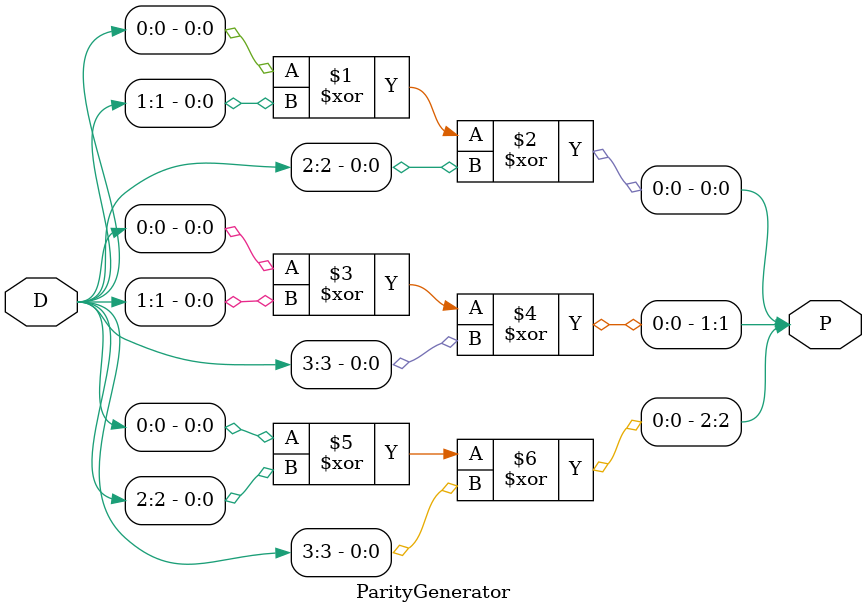
<source format=sv>
`timescale 1ns / 1ps


module ParityGenerator(input logic [3:0] D,
                        output logic [2:0] P);

xor(P[0], D[0], D[1],D[2]);
xor(P[1], D[0], D[1],D[3]);
xor(P[2], D[0], D[2],D[3]);

endmodule

</source>
